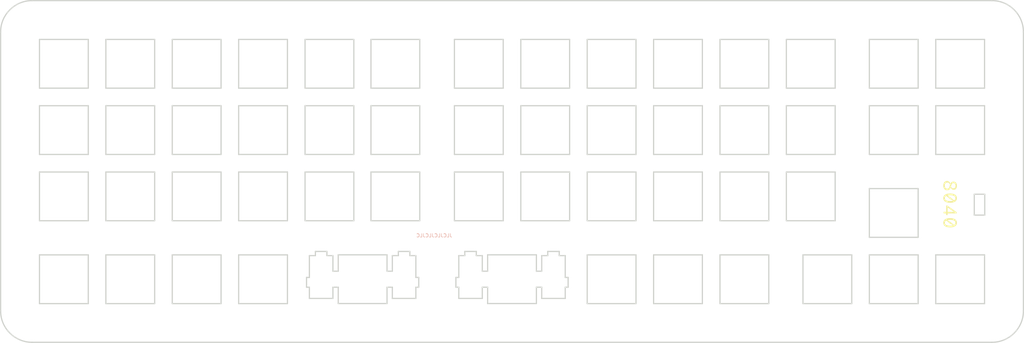
<source format=kicad_pcb>
(kicad_pcb (version 20221018) (generator pcbnew)
  (layers (0 "F.Cu" signal) (31 "B.Cu" signal) (34 "B.Paste" user) (35 "F.Paste" user) (36 "B.SilkS" user "B.Silkscreen") (37 "F.SilkS" user "F.Silkscreen") (38 "B.Mask" user) (39 "F.Mask" user) (44 "Edge.Cuts" user))
  (net 0 "")
  (footprint "" (layer "F.Cu") (at 293.439454 60.578125)
    (fp_text reference "" (at 0 0) (layer "F.SilkS") (effects (font (size 1.27 1.27))))
    (fp_text value "" (at 0 0) (layer "F.SilkS") (effects (font (size 1.27 1.27))))
    (pad "" np_thru_hole circle (at 0 0) (size 2.4 2.4) (drill 2.4) (layers "F&B.Cu" "*.Mask"))
  )
  (footprint "" (layer "F.Cu") (at 241.696867 136.133037)
    (fp_text reference "" (at 0 0) (layer "F.SilkS") (effects (font (size 1.27 1.27))))
    (fp_text value "" (at 0 0) (layer "F.SilkS") (effects (font (size 1.27 1.27))))
    (pad "" np_thru_hole circle (at 0 0) (size 2.4 2.4) (drill 2.4) (layers "F&B.Cu" "*.Mask"))
  )
  (footprint "" (layer "F.Cu") (at 129.709314 136.133037)
    (fp_text reference "" (at 0 0) (layer "F.SilkS") (effects (font (size 1.27 1.27))))
    (fp_text value "" (at 0 0) (layer "F.SilkS") (effects (font (size 1.27 1.27))))
    (pad "" np_thru_hole circle (at 0 0) (size 2.4 2.4) (drill 2.4) (layers "F&B.Cu" "*.Mask"))
  )
  (footprint "" (layer "F.Cu") (at 279.796871 46.935708)
    (fp_text reference "" (at 0 0) (layer "F.SilkS") (effects (font (size 1.27 1.27))))
    (fp_text value "" (at 0 0) (layer "F.SilkS") (effects (font (size 1.27 1.27))))
    (pad "" np_thru_hole circle (at 0 0) (size 2.4 2.4) (drill 2.4) (layers "F&B.Cu" "*.Mask"))
  )
  (footprint "" (layer "F.Cu") (at 236.93437 46.935708)
    (fp_text reference "" (at 0 0) (layer "F.SilkS") (effects (font (size 1.27 1.27))))
    (fp_text value "" (at 0 0) (layer "F.SilkS") (effects (font (size 1.27 1.27))))
    (pad "" np_thru_hole circle (at 0 0) (size 2.4 2.4) (drill 2.4) (layers "F&B.Cu" "*.Mask"))
  )
  (footprint "" (layer "F.Cu") (at 279.796871 136.133037)
    (fp_text reference "" (at 0 0) (layer "F.SilkS") (effects (font (size 1.27 1.27))))
    (fp_text value "" (at 0 0) (layer "F.SilkS") (effects (font (size 1.27 1.27))))
    (pad "" np_thru_hole circle (at 0 0) (size 2.4 2.4) (drill 2.4) (layers "F&B.Cu" "*.Mask"))
  )
  (footprint "" (layer "F.Cu") (at 117.734269 46.935708)
    (fp_text reference "" (at 0 0) (layer "F.SilkS") (effects (font (size 1.27 1.27))))
    (fp_text value "" (at 0 0) (layer "F.SilkS") (effects (font (size 1.27 1.27))))
    (pad "" np_thru_hole circle (at 0 0) (size 2.4 2.4) (drill 2.4) (layers "F&B.Cu" "*.Mask"))
  )
  (footprint "" (layer "F.Cu") (at 141.68436 46.935708)
    (fp_text reference "" (at 0 0) (layer "F.SilkS") (effects (font (size 1.27 1.27))))
    (fp_text value "" (at 0 0) (layer "F.SilkS") (effects (font (size 1.27 1.27))))
    (pad "" np_thru_hole circle (at 0 0) (size 2.4 2.4) (drill 2.4) (layers "F&B.Cu" "*.Mask"))
  )
  (footprint "" (layer "F.Cu") (at 22.62186 46.935708)
    (fp_text reference "" (at 0 0) (layer "F.SilkS") (effects (font (size 1.27 1.27))))
    (fp_text value "" (at 0 0) (layer "F.SilkS") (effects (font (size 1.27 1.27))))
    (pad "" np_thru_hole circle (at 0 0) (size 2.4 2.4) (drill 2.4) (layers "F&B.Cu" "*.Mask"))
  )
  (footprint "" (layer "F.Cu") (at 293.439454 122.490621)
    (fp_text reference "" (at 0 0) (layer "F.SilkS") (effects (font (size 1.27 1.27))))
    (fp_text value "" (at 0 0) (layer "F.SilkS") (effects (font (size 1.27 1.27))))
    (pad "" np_thru_hole circle (at 0 0) (size 2.4 2.4) (drill 2.4) (layers "F&B.Cu" "*.Mask"))
  )
  (footprint "" (layer "F.Cu") (at 8.979277 122.490621)
    (fp_text reference "" (at 0 0) (layer "F.SilkS") (effects (font (size 1.27 1.27))))
    (fp_text value "" (at 0 0) (layer "F.SilkS") (effects (font (size 1.27 1.27))))
    (pad "" np_thru_hole circle (at 0 0) (size 2.4 2.4) (drill 2.4) (layers "F&B.Cu" "*.Mask"))
  )
  (footprint "" (layer "F.Cu") (at 22.62186 136.133037)
    (fp_text reference "" (at 0 0) (layer "F.SilkS") (effects (font (size 1.27 1.27))))
    (fp_text value "" (at 0 0) (layer "F.SilkS") (effects (font (size 1.27 1.27))))
    (pad "" np_thru_hole circle (at 0 0) (size 2.4 2.4) (drill 2.4) (layers "F&B.Cu" "*.Mask"))
  )
  (footprint "" (layer "F.Cu") (at 8.979277 60.578125)
    (fp_text reference "" (at 0 0) (layer "F.SilkS") (effects (font (size 1.27 1.27))))
    (fp_text value "" (at 0 0) (layer "F.SilkS") (effects (font (size 1.27 1.27))))
    (pad "" np_thru_hole circle (at 0 0) (size 2.4 2.4) (drill 2.4) (layers "F&B.Cu" "*.Mask"))
  )
  (gr_poly (pts (xy 278.794039 103.220999) (xy 278.794039 103.580836) (xy 276.201124 103.580836) (xy 276.201124 104.067668) (xy 275.791903 104.067668) (xy 275.791903 103.580836) (xy 275.040479 103.580836) (xy 275.040479 103.111639) (xy 275.791883 103.111639) (xy 275.791883 101.894552) (xy 276.197563 101.894552) (xy 276.197563 101.898082) (xy 276.201103 103.115164) (xy 277.975578 103.150447) (xy 277.975578 103.115164) (xy 276.250501 101.894552) (xy 276.197563 101.894552) (xy 275.791883 101.894552) (xy 275.791883 101.301891) (xy 276.102328 101.301891)) (fill solid) (layer "F.SilkS"))
  (gr_poly (pts (xy 276.1256 94.242353) (xy 276.166146 94.246208) (xy 276.20596 94.251621) (xy 276.245033 94.258603) (xy 276.283354 94.267163) (xy 276.320915 94.277311) (xy 276.357704 94.289056) (xy 276.393714 94.302408) (xy 276.428934 94.317377) (xy 276.463354 94.333973) (xy 276.496964 94.352205) (xy 276.529755 94.372083) (xy 276.561718 94.393616) (xy 276.592842 94.416815) (xy 276.623118 94.441688) (xy 276.652536 94.468246) (xy 276.681086 94.496499) (xy 276.70876 94.526455) (xy 276.735546 94.558126) (xy 276.761435 94.591519) (xy 276.786418 94.626646) (xy 276.810485 94.663516) (xy 276.833627 94.702138) (xy 276.855832 94.742522) (xy 276.877093 94.784678) (xy 276.897399 94.828616) (xy 276.91674 94.874344) (xy 276.95249 94.971215) (xy 276.984265 95.075366) (xy 277.030123 95.075366) (xy 277.043826 95.035006) (xy 277.058468 94.995947) (xy 277.074038 94.958188) (xy 277.090523 94.921727) (xy 277.107913 94.886563) (xy 277.126196 94.852695) (xy 277.145359 94.820122) (xy 277.165392 94.788841) (xy 277.186283 94.758853) (xy 277.20802 94.730155) (xy 277.230592 94.702747) (xy 277.253987 94.676627) (xy 277.278193 94.651793) (xy 277.303199 94.628245) (xy 277.328992 94.605981) (xy 277.355563 94.585001) (xy 277.382898 94.565301) (xy 277.410986 94.546882) (xy 277.439816 94.529742) (xy 277.469376 94.51388) (xy 277.499654 94.499294) (xy 277.530639 94.485983) (xy 277.562319 94.473946) (xy 277.594683 94.463181) (xy 277.627719 94.453688) (xy 277.661414 94.445465) (xy 277.695759 94.43851) (xy 277.73074 94.432823) (xy 277.766347 94.428402) (xy 277.802567 94.425246) (xy 277.876803 94.422722) (xy 277.93149 94.42407) (xy 277.985061 94.42809) (xy 278.037476 94.434745) (xy 278.088695 94.443999) (xy 278.138675 94.455817) (xy 278.187378 94.470161) (xy 278.234761 94.486997) (xy 278.280785 94.506287) (xy 278.325409 94.527995) (xy 278.368591 94.552086) (xy 278.410291 94.578523) (xy 278.450469 94.60727) (xy 278.489084 94.638291) (xy 278.526095 94.671549) (xy 278.561462 94.707009) (xy 278.595143 94.744633) (xy 278.627098 94.784387) (xy 278.657287 94.826234) (xy 278.685668 94.870138) (xy 278.712201 94.916062) (xy 278.736845 94.96397) (xy 278.75956 95.013827) (xy 278.780305 95.065596) (xy 278.799039 95.11924) (xy 278.815721 95.174724) (xy 278.830311 95.232012) (xy 278.842768 95.291067) (xy 278.853052 95.351853) (xy 278.861121 95.414334) (xy 278.866935 95.478474) (xy 278.870453 95.544236) (xy 278.871635 95.611585) (xy 278.867025 95.748806) (xy 278.853445 95.87856) (xy 278.843406 95.940577) (xy 278.831265 96.000655) (xy 278.817067 96.058771) (xy 278.800859 96.1149) (xy 278.782686 96.16902) (xy 278.762597 96.221105) (xy 278.740637 96.271132) (xy 278.716853 96.319077) (xy 278.691291 96.364917) (xy 278.663998 96.408626) (xy 278.635021 96.450182) (xy 278.604405 96.489561) (xy 278.572198 96.526738) (xy 278.538445 96.56169) (xy 278.503194 96.594392) (xy 278.466491 96.624822) (xy 278.428383 96.652954) (xy 278.388915 96.678766) (xy 278.348134 96.702232) (xy 278.306088 96.72333) (xy 278.262822 96.742036) (xy 278.218383 96.758324) (xy 278.172818 96.772173) (xy 278.126172 96.783557) (xy 278.078493 96.792453) (xy 278.029827 96.798837) (xy 277.980221 96.802685) (xy 277.92972 96.803972) (xy 277.893341 96.80322) (xy 277.857626 96.800969) (xy 277.822579 96.797232) (xy 277.788203 96.792018) (xy 277.754501 96.78534) (xy 277.721477 96.777207) (xy 277.689134 96.767632) (xy 277.657475 96.756624) (xy 277.626503 96.744195) (xy 277.596221 96.730356) (xy 277.566633 96.715118) (xy 277.537743 96.698492) (xy 277.509552 96.680489) (xy 277.482065 96.661119) (xy 277.455285 96.640394) (xy 277.429214 96.618325) (xy 277.403857 96.594923) (xy 277.379216 96.570198) (xy 277.355295 96.544162) (xy 277.332097 96.516826) (xy 277.309624 96.488201) (xy 277.287881 96.458297) (xy 277.246597 96.394698) (xy 277.208268 96.326117) (xy 277.172922 96.252642) (xy 277.140584 96.174361) (xy 277.11128 96.091362) (xy 277.065422 96.091362) (xy 277.034876 96.196214) (xy 277.000144 96.293851) (xy 276.961257 96.384337) (xy 276.940265 96.426917) (xy 276.918246 96.467732) (xy 276.895204 96.50679) (xy 276.871143 96.544099) (xy 276.846066 96.579667) (xy 276.819977 96.6135) (xy 276.792881 96.645608) (xy 276.76478 96.675998) (xy 276.73568 96.704677) (xy 276.705584 96.731653) (xy 276.674496 96.756934) (xy 276.642419 96.780528) (xy 276.609358 96.802443) (xy 276.575316 96.822685) (xy 276.540298 96.841264) (xy 276.504307 96.858187) (xy 276.467347 96.873461) (xy 276.429422 96.887094) (xy 276.390536 96.899095) (xy 276.350693 96.90947) (xy 276.309896 96.918228) (xy 276.26815 96.925376) (xy 276.181825 96.934874) (xy 276.091749 96.938026) (xy 276.028917 96.936453) (xy 275.96745 96.931768) (xy 275.907389 96.924021) (xy 275.848774 96.913263) (xy 275.791647 96.899543) (xy 275.73605 96.882913) (xy 275.682024 96.863423) (xy 275.62961 96.841123) (xy 275.578849 96.816063) (xy 275.529783 96.788294) (xy 275.482454 96.757866) (xy 275.436902 96.72483) (xy 275.393169 96.689236) (xy 275.351297 96.651135) (xy 275.311326 96.610576) (xy 275.273298 96.56761) (xy 275.237254 96.522288) (xy 275.203237 96.47466) (xy 275.171286 96.424776) (xy 275.141443 96.372687) (xy 275.113751 96.318443) (xy 275.088249 96.262095) (xy 275.06498 96.203692) (xy 275.043985 96.143286) (xy 275.025305 96.080926) (xy 275.008981 96.016663) (xy 274.995056 95.950548) (xy 274.983569 95.88263) (xy 274.974563 95.812961) (xy 274.968079 95.74159) (xy 274.964159 95.668568) (xy 274.962905 95.597481) (xy 275.389682 95.597481) (xy 275.392838 95.69377) (xy 275.402195 95.785383) (xy 275.417588 95.872108) (xy 275.427496 95.91357) (xy 275.438851 95.953732) (xy 275.451633 95.992565) (xy 275.46582 96.030043) (xy 275.481392 96.066141) (xy 275.498328 96.10083) (xy 275.516608 96.134086) (xy 275.536211 96.165882) (xy 275.557116 96.19619) (xy 275.579303 96.224985) (xy 275.60275 96.25224) (xy 275.627438 96.277928) (xy 275.653345 96.302024) (xy 275.680451 96.3245) (xy 275.708735 96.34533) (xy 275.738177 96.364488) (xy 275.768755 96.381947) (xy 275.80045 96.397681) (xy 275.83324 96.411663) (xy 275.867105 96.423866) (xy 275.902024 96.434265) (xy 275.937977 96.442832) (xy 275.974942 96.449542) (xy 276.0129 96.454367) (xy 276.051828 96.457282) (xy 276.091708 96.458259) (xy 276.126276 96.457621) (xy 276.159875 96.455676) (xy 276.192526 96.45238) (xy 276.224253 96.447688) (xy 276.255078 96.441554) (xy 276.285024 96.433933) (xy 276.314113 96.42478) (xy 276.342367 96.414049) (xy 276.36981 96.401696) (xy 276.396465 96.387674) (xy 276.422353 96.37194) (xy 276.447497 96.354448) (xy 276.47192 96.335152) (xy 276.495645 96.314007) (xy 276.518694 96.290969) (xy 276.541089 96.265991) (xy 276.562854 96.239029) (xy 276.584011 96.210037) (xy 276.604583 96.178971) (xy 276.624592 96.145784) (xy 276.644061 96.110433) (xy 276.663012 96.072871) (xy 276.681468 96.033053) (xy 276.699452 95.990934) (xy 276.716986 95.946469) (xy 276.734093 95.899613) (xy 276.757891 95.82678) (xy 277.181836 95.82678) (xy 277.2092 95.891559) (xy 277.238378 95.952271) (xy 277.269366 96.008901) (xy 277.302157 96.061433) (xy 277.336747 96.109852) (xy 277.373131 96.154142) (xy 277.411303 96.194287) (xy 277.451258 96.230272) (xy 277.471903 96.2467) (xy 277.492991 96.262082) (xy 277.514523 96.276416) (xy 277.536497 96.2897) (xy 277.558913 96.301933) (xy 277.58177 96.313113) (xy 277.605068 96.323236) (xy 277.628805 96.332303) (xy 277.652982 96.34031) (xy 277.677598 96.347256) (xy 277.702651 96.353138) (xy 277.728142 96.357955) (xy 277.754069 96.361705) (xy 277.780433 96.364386) (xy 277.807231 96.365997) (xy 277.834465 96.366534) (xy 277.871058 96.36572) (xy 277.906746 96.363288) (xy 277.941512 96.359252) (xy 277.975339 96.353628) (xy 278.008209 96.346431) (xy 278.040107 96.337675) (xy 278.071016 96.327375) (xy 278.100918 96.315547) (xy 278.129797 96.302204) (xy 278.157636 96.287362) (xy 278.184419 96.271035) (xy 278.210128 96.253239) (xy 278.234746 96.233988) (xy 278.258258 96.213298) (xy 278.280645 96.191182) (xy 278.301892 96.167656) (xy 278.321981 96.142735) (xy 278.340896 96.116434) (xy 278.35862 96.088767) (xy 278.375136 96.059749) (xy 278.390427 96.029396) (xy 278.404477 95.997721) (xy 278.417269 95.964741) (xy 278.428785 95.930469) (xy 278.439009 95.89492) (xy 278.447925 95.858111) (xy 278.455515 95.820054) (xy 278.461762 95.780765) (xy 278.466651 95.74026) (xy 278.470164 95.698552) (xy 278.472284 95.655657) (xy 278.472994 95.61159) (xy 278.470138 95.527653) (xy 278.461721 95.447933) (xy 278.447972 95.372596) (xy 278.439168 95.336622) (xy 278.429117 95.301806) (xy 278.417846 95.268168) (xy 278.405383 95.235729) (xy 278.391758 95.204509) (xy 278.376999 95.17453) (xy 278.361134 95.145811) (xy 278.344191 95.118374) (xy 278.326199 95.09224) (xy 278.307187 95.067428) (xy 278.287182 95.04396) (xy 278.266214 95.021856) (xy 278.244311 95.001137) (xy 278.2215 94.981824) (xy 278.197811 94.963937) (xy 278.173272 94.947497) (xy 278.147912 94.932524) (xy 278.121758 94.91904) (xy 278.094839 94.907065) (xy 278.067184 94.896619) (xy 278.038821 94.887724) (xy 278.009779 94.8804) (xy 277.980085 94.874667) (xy 277.949769 94.870547) (xy 277.918858 94.868059) (xy 277.887382 94.867226) (xy 277.854803 94.86786) (xy 277.823197 94.869778) (xy 277.792542 94.873002) (xy 277.762819 94.877554) (xy 277.734008 94.883458) (xy 277.706089 94.890736) (xy 277.679043 94.89941) (xy 277.652848 94.909504) (xy 277.627485 94.921039) (xy 277.602933 94.934039) (xy 277.579174 94.948526) (xy 277.556187 94.964522) (xy 277.533951 94.982051) (xy 277.512447 95.001134) (xy 277.491655 95.021795) (xy 277.471555 95.044055) (xy 277.452126 95.067939) (xy 277.433349 95.093467) (xy 277.415204 95.120664) (xy 277.397671 95.149551) (xy 277.380729 95.180151) (xy 277.364359 95.212486) (xy 277.348541 95.24658) (xy 277.333254 95.282455) (xy 277.318478 95.320134) (xy 277.304195 95.359638) (xy 277.277022 95.444216) (xy 277.251575 95.536369) (xy 277.227694 95.636279) (xy 277.181836 95.82678) (xy 276.757891 95.82678) (xy 276.767117 95.798546) (xy 276.798703 95.687372) (xy 276.829033 95.565727) (xy 276.88547 95.329363) (xy 276.851682 95.250183) (xy 276.816416 95.176636) (xy 276.7796 95.108649) (xy 276.741162 95.04615) (xy 276.701029 94.989066) (xy 276.659128 94.937326) (xy 276.615388 94.890858) (xy 276.592805 94.869577) (xy 276.569735 94.849587) (xy 276.546169 94.830879) (xy 276.522098 94.813443) (xy 276.497513 94.797271) (xy 276.472404 94.782353) (xy 276.446763 94.768681) (xy 276.42058 94.756245) (xy 276.393847 94.745036) (xy 276.366555 94.735045) (xy 276.338694 94.726264) (xy 276.310255 94.718683) (xy 276.28123 94.712293) (xy 276.251609 94.707085) (xy 276.190543 94.70018) (xy 276.126986 94.697894) (xy 276.08359 94.698963) (xy 276.041385 94.702144) (xy 276.000382 94.707402) (xy 275.960594 94.714699) (xy 275.922034 94.723998) (xy 275.884713 94.735264) (xy 275.848644 94.748458) (xy 275.81384 94.763543) (xy 275.780312 94.780485) (xy 275.748072 94.799244) (xy 275.717133 94.819785) (xy 275.687508 94.842071) (xy 275.659208 94.866065) (xy 275.632246 94.891729) (xy 275.606635 94.919028) (xy 275.582385 94.947925) (xy 275.55951 94.978382) (xy 275.538022 95.010363) (xy 275.517933 95.043831) (xy 275.499255 95.078749) (xy 275.482001 95.115081) (xy 275.466184 95.152789) (xy 275.451814 95.191837) (xy 275.438905 95.232188) (xy 275.427468 95.273805) (xy 275.417517 95.316651) (xy 275.409063 95.360689) (xy 275.402118 95.405884) (xy 275.396696 95.452197) (xy 275.392807 95.499592) (xy 275.390465 95.548032) (xy 275.389682 95.597481) (xy 274.962905 95.597481) (xy 274.962843 95.593946) (xy 274.96799 95.438624) (xy 274.983183 95.291637) (xy 274.994431 95.221343) (xy 275.008051 95.153219) (xy 275.023996 95.087296) (xy 275.04222 95.023602) (xy 275.062677 94.962166) (xy 275.08532 94.903017) (xy 275.110102 94.846185) (xy 275.136977 94.791699) (xy 275.165898 94.739587) (xy 275.19682 94.689878) (xy 275.229694 94.642603) (xy 275.264476 94.597789) (xy 275.301118 94.555466) (xy 275.339573 94.515662) (xy 275.379796 94.478408) (xy 275.42174 94.443732) (xy 275.465358 94.411663) (xy 275.510603 94.382229) (xy 275.55743 94.355462) (xy 275.605792 94.331388) (xy 275.655641 94.310038) (xy 275.706933 94.29144) (xy 275.759619 94.275624) (xy 275.813654 94.262618) (xy 275.868992 94.252451) (xy 275.925584 94.245154) (xy 275.983386 94.240754) (xy 276.042351 94.239281)) (fill solid) (layer "F.SilkS"))
  (gr_poly (pts (xy 277.14321 104.937645) (xy 277.361984 104.954537) (xy 277.566402 104.982456) (xy 277.756356 105.021213) (xy 277.931737 105.070615) (xy 278.092437 105.13047) (xy 278.238347 105.200589) (xy 278.305722 105.239437) (xy 278.369359 105.28078) (xy 278.429244 105.324592) (xy 278.485364 105.370851) (xy 278.537705 105.419532) (xy 278.586254 105.470611) (xy 278.630996 105.524065) (xy 278.67192 105.579869) (xy 278.70901 105.638001) (xy 278.742253 105.698435) (xy 278.771637 105.761148) (xy 278.797146 105.826116) (xy 278.818768 105.893315) (xy 278.83649 105.962722) (xy 278.850297 106.034312) (xy 278.860175 106.108061) (xy 278.866113 106.183946) (xy 278.868095 106.261942) (xy 278.866113 106.339629) (xy 278.860175 106.415243) (xy 278.850297 106.488759) (xy 278.83649 106.560151) (xy 278.818768 106.629393) (xy 278.797146 106.69646) (xy 278.771637 106.761325) (xy 278.742253 106.823963) (xy 278.70901 106.884348) (xy 278.67192 106.942453) (xy 278.630996 106.998254) (xy 278.586254 107.051725) (xy 278.537705 107.102839) (xy 278.485364 107.15157) (xy 278.429244 107.197894) (xy 278.369359 107.241783) (xy 278.305722 107.283213) (xy 278.238347 107.322157) (xy 278.167247 107.35859) (xy 278.092437 107.392485) (xy 278.013929 107.423817) (xy 277.931737 107.45256) (xy 277.845875 107.478689) (xy 277.756356 107.502176) (xy 277.663194 107.522997) (xy 277.566402 107.541126) (xy 277.465994 107.556537) (xy 277.361984 107.569203) (xy 277.254385 107.5791) (xy 277.14321 107.586201) (xy 277.028474 107.590481) (xy 276.910189 107.591913) (xy 276.677287 107.586201) (xy 276.458848 107.569203) (xy 276.254951 107.541126) (xy 276.065672 107.502176) (xy 275.89109 107.45256) (xy 275.731282 107.392485) (xy 275.656943 107.35859) (xy 275.586326 107.322157) (xy 275.519442 107.283213) (xy 275.456299 107.241783) (xy 275.396908 107.197894) (xy 275.341279 107.15157) (xy 275.28942 107.102839) (xy 275.241343 107.051725) (xy 275.197056 106.998254) (xy 275.156569 106.942453) (xy 275.119892 106.884348) (xy 275.087034 106.823963) (xy 275.058006 106.761325) (xy 275.032817 106.69646) (xy 275.011476 106.629393) (xy 274.993994 106.560151) (xy 274.98038 106.488759) (xy 274.970643 106.415243) (xy 274.964794 106.339629) (xy 274.962843 106.261942) (xy 275.407362 106.261942) (xy 275.408879 106.312149) (xy 275.413426 106.3609) (xy 275.420994 106.408186) (xy 275.431573 106.453999) (xy 275.445154 106.498328) (xy 275.461728 106.541164) (xy 275.481287 106.5825) (xy 275.50382 106.622326) (xy 275.52932 106.660632) (xy 275.557777 106.69741) (xy 275.589183 106.732651) (xy 275.623527 106.766345) (xy 275.660802 106.798484) (xy 275.700997 106.829058) (xy 275.744105 106.858059) (xy 275.790116 106.885477) (xy 275.83902 106.911304) (xy 275.89081 106.93553) (xy 275.945475 106.958146) (xy 276.003008 106.979144) (xy 276.063398 106.998513) (xy 276.126637 107.016246) (xy 276.192716 107.032333) (xy 276.261626 107.046765) (xy 276.333357 107.059533) (xy 276.407901 107.070628) (xy 276.485249 107.080041) (xy 276.565392 107.087763) (xy 276.64832 107.093784) (xy 276.734025 107.098096) (xy 276.822498 107.10069) (xy 276.913729 107.101557) (xy 277.026972 107.100234) (xy 277.136413 107.096265) (xy 277.241885 107.08965) (xy 277.343223 107.080389) (xy 277.440263 107.068482) (xy 277.532837 107.05393) (xy 277.620782 107.036731) (xy 277.703931 107.016886) (xy 277.703931 106.956914) (xy 276.917249 106.51947) (xy 275.813062 105.623418) (xy 275.76432 105.650704) (xy 275.718648 105.679648) (xy 275.676056 105.710256) (xy 275.655919 105.726186) (xy 275.636555 105.742534) (xy 275.617967 105.7593) (xy 275.600155 105.776486) (xy 275.583121 105.794091) (xy 275.566867 105.812117) (xy 275.551392 105.830564) (xy 275.536699 105.849433) (xy 275.52279 105.868725) (xy 275.509664 105.888439) (xy 275.497324 105.908577) (xy 275.485771 105.92914) (xy 275.475006 105.950128) (xy 275.46503 105.971541) (xy 275.455845 105.993381) (xy 275.447452 106.015648) (xy 275.439852 106.038342) (xy 275.433047 106.061465) (xy 275.427037 106.085017) (xy 275.421825 106.108998) (xy 275.417411 106.133409) (xy 275.413797 106.158252) (xy 275.410983 106.183525) (xy 275.408972 106.209231) (xy 275.407764 106.23537) (xy 275.407362 106.261942) (xy 274.962843 106.261942) (xy 274.964794 106.183636) (xy 274.970643 106.10748) (xy 274.98038 106.033498) (xy 274.993994 105.96171) (xy 275.011476 105.892139) (xy 275.032817 105.824807) (xy 275.058006 105.759736) (xy 275.087034 105.696948) (xy 275.119892 105.636464) (xy 275.156569 105.578308) (xy 275.175029 105.552861) (xy 276.197563 105.552861) (xy 276.917229 105.969136) (xy 278.046114 106.886362) (xy 278.092292 106.85908) (xy 278.135566 106.830165) (xy 278.175924 106.799638) (xy 278.195008 106.783776) (xy 278.213358 106.767519) (xy 278.230975 106.75087) (xy 278.247857 106.73383) (xy 278.264002 106.716402) (xy 278.27941 106.69859) (xy 278.294079 106.680395) (xy 278.308007 106.66182) (xy 278.321194 106.642868) (xy 278.333638 106.623542) (xy 278.345338 106.603843) (xy 278.356292 106.583775) (xy 278.3665 106.56334) (xy 278.375959 106.542541) (xy 278.384669 106.52138) (xy 278.392629 106.49986) (xy 278.399837 106.477983) (xy 278.406291 106.455752) (xy 278.411991 106.43317) (xy 278.416935 106.410239) (xy 278.421122 106.386962) (xy 278.424551 106.363341) (xy 278.42722 106.339379) (xy 278.429128 106.315078) (xy 278.430274 106.290442) (xy 278.430656 106.265472) (xy 278.429108 106.214334) (xy 278.424472 106.164769) (xy 278.416762 106.116782) (xy 278.40599 106.070376) (xy 278.392169 106.025553) (xy 278.375312 105.982318) (xy 278.355432 105.940673) (xy 278.332542 105.900622) (xy 278.306654 105.862168) (xy 278.277783 105.825313) (xy 278.24594 105.790062) (xy 278.211139 105.756417) (xy 278.173392 105.724383) (xy 278.132712 105.693961) (xy 278.089113 105.665155) (xy 278.042607 105.637969) (xy 277.993207 105.612405) (xy 277.940927 105.588467) (xy 277.885778 105.566158) (xy 277.827774 105.545482) (xy 277.766928 105.526441) (xy 277.703252 105.509039) (xy 277.636761 105.493279) (xy 277.567465 105.479165) (xy 277.49538 105.466698) (xy 277.420516 105.455884) (xy 277.342888 105.446724) (xy 277.262508 105.439223) (xy 277.17939 105.433382) (xy 277.093545 105.429207) (xy 277.004987 105.426699) (xy 276.913729 105.425863) (xy 276.811185 105.426862) (xy 276.712527 105.429886) (xy 276.617673 105.434978) (xy 276.52654 105.442177) (xy 276.439045 105.451527) (xy 276.355106 105.463068) (xy 276.27464 105.476842) (xy 276.197563 105.492889) (xy 276.197563 105.552861) (xy 275.175029 105.552861) (xy 275.197056 105.522499) (xy 275.241343 105.469062) (xy 275.28942 105.418017) (xy 275.341279 105.369387) (xy 275.396908 105.323193) (xy 275.456299 105.279458) (xy 275.519442 105.238203) (xy 275.586326 105.199451) (xy 275.656943 105.163223) (xy 275.731282 105.129541) (xy 275.809335 105.098428) (xy 275.89109 105.069905) (xy 275.976539 105.043994) (xy 276.065672 105.020717) (xy 276.158479 105.000097) (xy 276.254951 104.982154) (xy 276.355077 104.966912) (xy 276.458848 104.954392) (xy 276.566255 104.944616) (xy 276.677287 104.937606) (xy 276.791935 104.933384) (xy 276.910189 104.931971)) (fill solid) (layer "F.SilkS"))
  (gr_poly (pts (xy 277.14321 97.860925) (xy 277.361984 97.877817) (xy 277.566402 97.905737) (xy 277.756356 97.944493) (xy 277.931737 97.993895) (xy 278.092437 98.053751) (xy 278.238347 98.12387) (xy 278.305722 98.162718) (xy 278.369359 98.20406) (xy 278.429244 98.247873) (xy 278.485364 98.294131) (xy 278.537705 98.342812) (xy 278.586254 98.393892) (xy 278.630996 98.447345) (xy 278.67192 98.50315) (xy 278.70901 98.561281) (xy 278.742253 98.621715) (xy 278.771637 98.684429) (xy 278.797146 98.749397) (xy 278.818768 98.816596) (xy 278.83649 98.886002) (xy 278.850297 98.957592) (xy 278.860175 99.031342) (xy 278.866113 99.107226) (xy 278.868095 99.185223) (xy 278.866113 99.262909) (xy 278.860175 99.338523) (xy 278.850297 99.412039) (xy 278.83649 99.483432) (xy 278.818768 99.552674) (xy 278.797146 99.619741) (xy 278.771637 99.684606) (xy 278.742253 99.747244) (xy 278.70901 99.807629) (xy 278.67192 99.865735) (xy 278.630996 99.921536) (xy 278.586254 99.975007) (xy 278.537705 100.026121) (xy 278.485364 100.074853) (xy 278.429244 100.121177) (xy 278.369359 100.165066) (xy 278.305722 100.206496) (xy 278.238347 100.245441) (xy 278.167247 100.281874) (xy 278.092437 100.315769) (xy 278.013929 100.347101) (xy 277.931737 100.375845) (xy 277.845875 100.401973) (xy 277.756356 100.425461) (xy 277.663194 100.446282) (xy 277.566402 100.464411) (xy 277.465994 100.479822) (xy 277.361984 100.492489) (xy 277.254385 100.502386) (xy 277.14321 100.509487) (xy 277.028474 100.513767) (xy 276.910189 100.515199) (xy 276.677287 100.509487) (xy 276.458848 100.492489) (xy 276.254951 100.464411) (xy 276.065672 100.425461) (xy 275.89109 100.375845) (xy 275.731282 100.315769) (xy 275.656943 100.281874) (xy 275.586326 100.245441) (xy 275.519442 100.206496) (xy 275.456299 100.165066) (xy 275.396908 100.121177) (xy 275.341279 100.074853) (xy 275.28942 100.026121) (xy 275.241343 99.975007) (xy 275.197056 99.921536) (xy 275.156569 99.865735) (xy 275.119892 99.807629) (xy 275.087034 99.747244) (xy 275.058006 99.684606) (xy 275.032817 99.619741) (xy 275.011476 99.552674) (xy 274.993994 99.483432) (xy 274.98038 99.412039) (xy 274.970643 99.338523) (xy 274.964794 99.262909) (xy 274.962843 99.185223) (xy 275.407362 99.185223) (xy 275.408879 99.23543) (xy 275.413426 99.284181) (xy 275.420994 99.331467) (xy 275.431573 99.377279) (xy 275.445154 99.421608) (xy 275.461728 99.464445) (xy 275.481287 99.505781) (xy 275.50382 99.545606) (xy 275.52932 99.583913) (xy 275.557777 99.620691) (xy 275.589183 99.655931) (xy 275.623527 99.689626) (xy 275.660802 99.721764) (xy 275.700997 99.752339) (xy 275.744105 99.78134) (xy 275.790116 99.808758) (xy 275.83902 99.834585) (xy 275.89081 99.858811) (xy 275.945475 99.881427) (xy 276.003008 99.902424) (xy 276.063398 99.921794) (xy 276.126637 99.939527) (xy 276.192716 99.955614) (xy 276.261626 99.970046) (xy 276.333357 99.982814) (xy 276.407901 99.993909) (xy 276.485249 100.003321) (xy 276.565392 100.011043) (xy 276.64832 100.017065) (xy 276.734025 100.021377) (xy 276.822498 100.023971) (xy 276.913729 100.024838) (xy 277.026972 100.023515) (xy 277.136413 100.019546) (xy 277.241885 100.012931) (xy 277.343223 100.00367) (xy 277.440263 99.991763) (xy 277.532837 99.97721) (xy 277.620782 99.960011) (xy 277.703931 99.940167) (xy 277.703931 99.880194) (xy 276.917249 99.442751) (xy 275.813062 98.546699) (xy 275.76432 98.573984) (xy 275.718648 98.602928) (xy 275.676056 98.633537) (xy 275.655919 98.649467) (xy 275.636555 98.665814) (xy 275.617967 98.682581) (xy 275.600155 98.699766) (xy 275.583121 98.717372) (xy 275.566867 98.735398) (xy 275.551392 98.753845) (xy 275.536699 98.772714) (xy 275.52279 98.792005) (xy 275.509664 98.81172) (xy 275.497324 98.831858) (xy 275.485771 98.852421) (xy 275.475006 98.873408) (xy 275.46503 98.894822) (xy 275.455845 98.916662) (xy 275.447452 98.938928) (xy 275.439852 98.961623) (xy 275.433047 98.984746) (xy 275.427037 99.008297) (xy 275.421825 99.032278) (xy 275.417411 99.05669) (xy 275.413797 99.081532) (xy 275.410983 99.106806) (xy 275.408972 99.132512) (xy 275.407764 99.158651) (xy 275.407362 99.185223) (xy 274.962843 99.185223) (xy 274.964794 99.106916) (xy 274.970643 99.030761) (xy 274.98038 98.956778) (xy 274.993994 98.88499) (xy 275.011476 98.81542) (xy 275.032817 98.748088) (xy 275.058006 98.683017) (xy 275.087034 98.620228) (xy 275.119892 98.559745) (xy 275.156569 98.501588) (xy 275.175029 98.476142) (xy 276.197563 98.476142) (xy 276.917229 98.892417) (xy 278.046114 99.809643) (xy 278.092292 99.782362) (xy 278.135566 99.753447) (xy 278.175924 99.722921) (xy 278.195008 99.707059) (xy 278.213358 99.690802) (xy 278.230975 99.674152) (xy 278.247857 99.657113) (xy 278.264002 99.639685) (xy 278.27941 99.621873) (xy 278.294079 99.603678) (xy 278.308007 99.585103) (xy 278.321194 99.566151) (xy 278.333638 99.546824) (xy 278.345338 99.527126) (xy 278.356292 99.507057) (xy 278.3665 99.486622) (xy 278.375959 99.465823) (xy 278.384669 99.444662) (xy 278.392629 99.423141) (xy 278.399837 99.401264) (xy 278.406291 99.379033) (xy 278.411991 99.356451) (xy 278.416935 99.33352) (xy 278.421122 99.310243) (xy 278.424551 99.286622) (xy 278.42722 99.262659) (xy 278.429128 99.238359) (xy 278.430274 99.213722) (xy 278.430656 99.188753) (xy 278.429108 99.137614) (xy 278.424472 99.08805) (xy 278.416762 99.040063) (xy 278.40599 98.993656) (xy 278.392169 98.948834) (xy 278.375312 98.905599) (xy 278.355432 98.863954) (xy 278.332542 98.823903) (xy 278.306654 98.785448) (xy 278.277783 98.748594) (xy 278.24594 98.713343) (xy 278.211139 98.679698) (xy 278.173392 98.647663) (xy 278.132712 98.617241) (xy 278.089113 98.588436) (xy 278.042607 98.561249) (xy 277.993207 98.535686) (xy 277.940927 98.511748) (xy 277.885778 98.489439) (xy 277.827774 98.468763) (xy 277.766928 98.449722) (xy 277.703252 98.43232) (xy 277.636761 98.41656) (xy 277.567465 98.402445) (xy 277.49538 98.389979) (xy 277.420516 98.379164) (xy 277.342888 98.370005) (xy 277.262508 98.362503) (xy 277.17939 98.356663) (xy 277.093545 98.352487) (xy 277.004987 98.34998) (xy 276.913729 98.349143) (xy 276.811185 98.350142) (xy 276.712527 98.353167) (xy 276.617673 98.358258) (xy 276.52654 98.365458) (xy 276.439045 98.374808) (xy 276.355106 98.386349) (xy 276.27464 98.400122) (xy 276.197563 98.41617) (xy 276.197563 98.476142) (xy 275.175029 98.476142) (xy 275.197056 98.44578) (xy 275.241343 98.392343) (xy 275.28942 98.341298) (xy 275.341279 98.292667) (xy 275.396908 98.246474) (xy 275.456299 98.202738) (xy 275.519442 98.161484) (xy 275.586326 98.122731) (xy 275.656943 98.086503) (xy 275.731282 98.052822) (xy 275.809335 98.021708) (xy 275.89109 97.993185) (xy 275.976539 97.967274) (xy 276.065672 97.943998) (xy 276.158479 97.923377) (xy 276.254951 97.905435) (xy 276.355077 97.890193) (xy 276.458848 97.877673) (xy 276.566255 97.867897) (xy 276.677287 97.860886) (xy 276.791935 97.856664) (xy 276.910189 97.855252)) (fill solid) (layer "F.SilkS"))
  (gr_line (start 105.821869 72.628124) (end 105.821869 86.628124) (stroke (width 0.35)) (layer "Edge.Cuts"))
  (gr_line (start 153.734363 86.628124) (end 153.734363 72.628124) (stroke (width 0.35)) (layer "Edge.Cuts"))
  (gr_line (start 116.871569 115.706291) (end 116.871569 120.175251) (stroke (width 0.35)) (layer "Edge.Cuts"))
  (gr_line (start 94.796869 114.506021) (end 94.796869 115.706291) (stroke (width 0.35)) (layer "Edge.Cuts"))
  (gr_line (start 116.871569 124.775121) (end 116.871569 128.005321) (stroke (width 0.35)) (layer "Edge.Cuts"))
  (gr_line (start 229.934371 105.678122) (end 229.934371 91.678122) (stroke (width 0.35)) (layer "Edge.Cuts"))
  (gr_line (start 86.77187 115.49062) (end 86.77187 129.490621) (stroke (width 0.35)) (layer "Edge.Cuts"))
  (gr_line (start 34.671875 91.678122) (end 48.671873 91.678122) (stroke (width 0.35)) (layer "Edge.Cuts"))
  (gr_line (start 15.621876 53.578125) (end 29.621874 53.578125) (stroke (width 0.35)) (layer "Edge.Cuts"))
  (gr_curve (pts (xy 4.466694 51.448125) (xy 4.466694 46.463755) (xy 8.507324 42.423125) (xy 13.491694 42.423125)) (stroke (width 0.35)) (layer "Edge.Cuts"))
  (gr_line (start 172.784365 67.578125) (end 172.784365 53.578125) (stroke (width 0.35)) (layer "Edge.Cuts"))
  (gr_line (start 153.734363 53.578125) (end 167.734361 53.578125) (stroke (width 0.35)) (layer "Edge.Cuts"))
  (gr_line (start 124.734268 67.578125) (end 110.73427 67.578125) (stroke (width 0.35)) (layer "Edge.Cuts"))
  (gr_line (start 148.684359 91.678122) (end 148.684359 105.678122) (stroke (width 0.35)) (layer "Edge.Cuts"))
  (gr_line (start 53.721873 105.678122) (end 53.721873 91.678122) (stroke (width 0.35)) (layer "Edge.Cuts"))
  (gr_line (start 272.796872 86.628124) (end 272.796872 72.628124) (stroke (width 0.35)) (layer "Edge.Cuts"))
  (gr_line (start 124.446769 124.775121) (end 124.446769 121.976361) (stroke (width 0.35)) (layer "Edge.Cuts"))
  (gr_line (start 253.74687 53.578125) (end 267.746868 53.578125) (stroke (width 0.35)) (layer "Edge.Cuts"))
  (gr_line (start 110.73427 105.678122) (end 110.73427 91.678122) (stroke (width 0.35)) (layer "Edge.Cuts"))
  (gr_line (start 53.721873 91.678122) (end 67.721871 91.678122) (stroke (width 0.35)) (layer "Edge.Cuts"))
  (gr_line (start 186.784363 86.628124) (end 172.784365 86.628124) (stroke (width 0.35)) (layer "Edge.Cuts"))
  (gr_line (start 172.784365 105.678122) (end 172.784365 91.678122) (stroke (width 0.35)) (layer "Edge.Cuts"))
  (gr_line (start 110.73427 91.678122) (end 124.734268 91.678122) (stroke (width 0.35)) (layer "Edge.Cuts"))
  (gr_line (start 15.621876 67.578125) (end 15.621876 53.578125) (stroke (width 0.35)) (layer "Edge.Cuts"))
  (gr_line (start 286.79687 53.578125) (end 286.79687 67.578125) (stroke (width 0.35)) (layer "Edge.Cuts"))
  (gr_line (start 248.696866 115.49062) (end 248.696866 129.490621) (stroke (width 0.35)) (layer "Edge.Cuts"))
  (gr_line (start 29.621874 91.678122) (end 29.621874 105.678122) (stroke (width 0.35)) (layer "Edge.Cuts"))
  (gr_line (start 105.821869 105.678122) (end 91.821871 105.678122) (stroke (width 0.35)) (layer "Edge.Cuts"))
  (gr_line (start 186.784363 105.678122) (end 172.784365 105.678122) (stroke (width 0.35)) (layer "Edge.Cuts"))
  (gr_line (start 101.346869 120.175251) (end 99.821069 120.175251) (stroke (width 0.35)) (layer "Edge.Cuts"))
  (gr_line (start 167.734361 67.578125) (end 153.734363 67.578125) (stroke (width 0.35)) (layer "Edge.Cuts"))
  (gr_line (start 148.684359 67.578125) (end 134.684361 67.578125) (stroke (width 0.35)) (layer "Edge.Cuts"))
  (gr_line (start 224.884367 129.490621) (end 210.884369 129.490621) (stroke (width 0.35)) (layer "Edge.Cuts"))
  (gr_line (start 134.684361 53.578125) (end 148.684359 53.578125) (stroke (width 0.35)) (layer "Edge.Cuts"))
  (gr_line (start 124.734268 86.628124) (end 110.73427 86.628124) (stroke (width 0.35)) (layer "Edge.Cuts"))
  (gr_line (start 158.209015 124.775121) (end 159.734415 124.775121) (stroke (width 0.35)) (layer "Edge.Cuts"))
  (gr_line (start 272.796872 72.628124) (end 286.79687 72.628124) (stroke (width 0.35)) (layer "Edge.Cuts"))
  (gr_line (start 134.684361 105.678122) (end 134.684361 91.678122) (stroke (width 0.35)) (layer "Edge.Cuts"))
  (gr_line (start 191.834367 53.578125) (end 205.834365 53.578125) (stroke (width 0.35)) (layer "Edge.Cuts"))
  (gr_line (start 86.77187 67.578125) (end 72.771872 67.578125) (stroke (width 0.35)) (layer "Edge.Cuts"))
  (gr_line (start 91.821871 67.578125) (end 91.821871 53.578125) (stroke (width 0.35)) (layer "Edge.Cuts"))
  (gr_line (start 205.834365 105.678122) (end 191.834367 105.678122) (stroke (width 0.35)) (layer "Edge.Cuts"))
  (gr_line (start 67.721871 72.628124) (end 67.721871 86.628124) (stroke (width 0.35)) (layer "Edge.Cuts"))
  (gr_line (start 29.621874 86.628124) (end 15.621876 86.628124) (stroke (width 0.35)) (layer "Edge.Cuts"))
  (gr_line (start 159.734415 124.775121) (end 159.734415 128.005321) (stroke (width 0.35)) (layer "Edge.Cuts"))
  (gr_line (start 164.759015 114.506021) (end 161.459815 114.506021) (stroke (width 0.35)) (layer "Edge.Cuts"))
  (gr_line (start 115.346169 124.775121) (end 116.871569 124.775121) (stroke (width 0.35)) (layer "Edge.Cuts"))
  (gr_line (start 72.771872 105.678122) (end 72.771872 91.678122) (stroke (width 0.35)) (layer "Edge.Cuts"))
  (gr_line (start 48.671873 91.678122) (end 48.671873 105.678122) (stroke (width 0.35)) (layer "Edge.Cuts"))
  (gr_line (start 121.896169 115.706291) (end 121.896169 114.506021) (stroke (width 0.35)) (layer "Edge.Cuts"))
  (gr_line (start 137.659715 114.506021) (end 137.659715 115.706291) (stroke (width 0.35)) (layer "Edge.Cuts"))
  (gr_line (start 110.73427 72.628124) (end 124.734268 72.628124) (stroke (width 0.35)) (layer "Edge.Cuts"))
  (gr_line (start 167.734361 72.628124) (end 167.734361 86.628124) (stroke (width 0.35)) (layer "Edge.Cuts"))
  (gr_line (start 48.671873 129.490621) (end 34.671875 129.490621) (stroke (width 0.35)) (layer "Edge.Cuts"))
  (gr_line (start 267.746868 115.49062) (end 267.746868 129.490621) (stroke (width 0.35)) (layer "Edge.Cuts"))
  (gr_line (start 29.621874 105.678122) (end 15.621876 105.678122) (stroke (width 0.35)) (layer "Edge.Cuts"))
  (gr_line (start 229.934371 86.628124) (end 229.934371 72.628124) (stroke (width 0.35)) (layer "Edge.Cuts"))
  (gr_line (start 286.79687 72.628124) (end 286.79687 86.628124) (stroke (width 0.35)) (layer "Edge.Cuts"))
  (gr_line (start 267.746868 110.440622) (end 253.74687 110.440622) (stroke (width 0.35)) (layer "Edge.Cuts"))
  (gr_line (start 124.734268 91.678122) (end 124.734268 105.678122) (stroke (width 0.35)) (layer "Edge.Cuts"))
  (gr_line (start 135.934615 128.005321) (end 142.683915 128.005321) (stroke (width 0.35)) (layer "Edge.Cuts"))
  (gr_line (start 67.721871 115.49062) (end 67.721871 129.490621) (stroke (width 0.35)) (layer "Edge.Cuts"))
  (gr_line (start 283.853103 104.059321) (end 283.853103 98.059321) (stroke (width 0.35)) (layer "Edge.Cuts"))
  (gr_line (start 253.74687 96.440622) (end 267.746868 96.440622) (stroke (width 0.35)) (layer "Edge.Cuts"))
  (gr_line (start 118.596969 115.706291) (end 116.871569 115.706291) (stroke (width 0.35)) (layer "Edge.Cuts"))
  (gr_line (start 29.621874 115.49062) (end 29.621874 129.490621) (stroke (width 0.35)) (layer "Edge.Cuts"))
  (gr_line (start 210.884369 129.490621) (end 210.884369 115.49062) (stroke (width 0.35)) (layer "Edge.Cuts"))
  (gr_line (start 243.934369 67.578125) (end 229.934371 67.578125) (stroke (width 0.35)) (layer "Edge.Cuts"))
  (gr_line (start 48.671873 67.578125) (end 34.671875 67.578125) (stroke (width 0.35)) (layer "Edge.Cuts"))
  (gr_line (start 86.77187 86.628124) (end 72.771872 86.628124) (stroke (width 0.35)) (layer "Edge.Cuts"))
  (gr_line (start 286.853103 104.059321) (end 283.853103 104.059321) (stroke (width 0.35)) (layer "Edge.Cuts"))
  (gr_line (start 48.671873 53.578125) (end 48.671873 67.578125) (stroke (width 0.35)) (layer "Edge.Cuts"))
  (gr_line (start 191.834367 115.49062) (end 205.834365 115.49062) (stroke (width 0.35)) (layer "Edge.Cuts"))
  (gr_line (start 105.821869 53.578125) (end 105.821869 67.578125) (stroke (width 0.35)) (layer "Edge.Cuts"))
  (gr_line (start 53.721873 86.628124) (end 53.721873 72.628124) (stroke (width 0.35)) (layer "Edge.Cuts"))
  (gr_line (start 286.79687 86.628124) (end 272.796872 86.628124) (stroke (width 0.35)) (layer "Edge.Cuts"))
  (gr_line (start 267.746868 53.578125) (end 267.746868 67.578125) (stroke (width 0.35)) (layer "Edge.Cuts"))
  (gr_line (start 53.721873 115.49062) (end 67.721871 115.49062) (stroke (width 0.35)) (layer "Edge.Cuts"))
  (gr_line (start 144.209715 129.475621) (end 158.209015 129.475621) (stroke (width 0.35)) (layer "Edge.Cuts"))
  (gr_line (start 124.734268 72.628124) (end 124.734268 86.628124) (stroke (width 0.35)) (layer "Edge.Cuts"))
  (gr_line (start 167.309615 124.775121) (end 167.309615 121.976361) (stroke (width 0.35)) (layer "Edge.Cuts"))
  (gr_line (start 191.834367 129.490621) (end 191.834367 115.49062) (stroke (width 0.35)) (layer "Edge.Cuts"))
  (gr_line (start 272.796872 53.578125) (end 286.79687 53.578125) (stroke (width 0.35)) (layer "Edge.Cuts"))
  (gr_curve (pts (xy 288.927037 42.423125) (xy 293.911407 42.423125) (xy 297.952037 46.463755) (xy 297.952037 51.448125)) (stroke (width 0.35)) (layer "Edge.Cuts"))
  (gr_line (start 135.934615 121.976361) (end 135.109115 121.976361) (stroke (width 0.35)) (layer "Edge.Cuts"))
  (gr_line (start 205.834365 72.628124) (end 205.834365 86.628124) (stroke (width 0.35)) (layer "Edge.Cuts"))
  (gr_line (start 243.934369 72.628124) (end 243.934369 86.628124) (stroke (width 0.35)) (layer "Edge.Cuts"))
  (gr_line (start 72.771872 67.578125) (end 72.771872 53.578125) (stroke (width 0.35)) (layer "Edge.Cuts"))
  (gr_line (start 123.621269 115.706291) (end 121.896169 115.706291) (stroke (width 0.35)) (layer "Edge.Cuts"))
  (gr_line (start 205.834365 67.578125) (end 191.834367 67.578125) (stroke (width 0.35)) (layer "Edge.Cuts"))
  (gr_line (start 191.834367 91.678122) (end 205.834365 91.678122) (stroke (width 0.35)) (layer "Edge.Cuts"))
  (gr_line (start 148.684359 86.628124) (end 134.684361 86.628124) (stroke (width 0.35)) (layer "Edge.Cuts"))
  (gr_line (start 186.784363 129.490621) (end 172.784365 129.490621) (stroke (width 0.35)) (layer "Edge.Cuts"))
  (gr_line (start 134.684361 91.678122) (end 148.684359 91.678122) (stroke (width 0.35)) (layer "Edge.Cuts"))
  (gr_line (start 191.834367 86.628124) (end 191.834367 72.628124) (stroke (width 0.35)) (layer "Edge.Cuts"))
  (gr_line (start 115.346169 115.476161) (end 101.346869 115.476161) (stroke (width 0.35)) (layer "Edge.Cuts"))
  (gr_line (start 105.821869 91.678122) (end 105.821869 105.678122) (stroke (width 0.35)) (layer "Edge.Cuts"))
  (gr_line (start 205.834365 53.578125) (end 205.834365 67.578125) (stroke (width 0.35)) (layer "Edge.Cuts"))
  (gr_line (start 191.834367 105.678122) (end 191.834367 91.678122) (stroke (width 0.35)) (layer "Edge.Cuts"))
  (gr_line (start 267.746868 129.490621) (end 253.74687 129.490621) (stroke (width 0.35)) (layer "Edge.Cuts"))
  (gr_line (start 191.834367 72.628124) (end 205.834365 72.628124) (stroke (width 0.35)) (layer "Edge.Cuts"))
  (gr_line (start 164.759015 115.706291) (end 164.759015 114.506021) (stroke (width 0.35)) (layer "Edge.Cuts"))
  (gr_line (start 186.784363 67.578125) (end 172.784365 67.578125) (stroke (width 0.35)) (layer "Edge.Cuts"))
  (gr_line (start 205.834365 115.49062) (end 205.834365 129.490621) (stroke (width 0.35)) (layer "Edge.Cuts"))
  (gr_line (start 86.77187 91.678122) (end 86.77187 105.678122) (stroke (width 0.35)) (layer "Edge.Cuts"))
  (gr_line (start 123.621269 124.775121) (end 124.446769 124.775121) (stroke (width 0.35)) (layer "Edge.Cuts"))
  (gr_line (start 229.934371 72.628124) (end 243.934369 72.628124) (stroke (width 0.35)) (layer "Edge.Cuts"))
  (gr_line (start 224.884367 115.49062) (end 224.884367 129.490621) (stroke (width 0.35)) (layer "Edge.Cuts"))
  (gr_line (start 140.958815 115.706291) (end 140.958815 114.506021) (stroke (width 0.35)) (layer "Edge.Cuts"))
  (gr_line (start 72.771872 53.578125) (end 86.77187 53.578125) (stroke (width 0.35)) (layer "Edge.Cuts"))
  (gr_line (start 153.734363 91.678122) (end 167.734361 91.678122) (stroke (width 0.35)) (layer "Edge.Cuts"))
  (gr_line (start 253.74687 129.490621) (end 253.74687 115.49062) (stroke (width 0.35)) (layer "Edge.Cuts"))
  (gr_line (start 67.721871 129.490621) (end 53.721873 129.490621) (stroke (width 0.35)) (layer "Edge.Cuts"))
  (gr_line (start 101.346869 115.476161) (end 101.346869 120.175251) (stroke (width 0.35)) (layer "Edge.Cuts"))
  (gr_line (start 286.79687 129.490621) (end 272.796872 129.490621) (stroke (width 0.35)) (layer "Edge.Cuts"))
  (gr_line (start 135.934615 124.775121) (end 135.934615 128.005321) (stroke (width 0.35)) (layer "Edge.Cuts"))
  (gr_line (start 253.74687 110.440622) (end 253.74687 96.440622) (stroke (width 0.35)) (layer "Edge.Cuts"))
  (gr_line (start 191.834367 67.578125) (end 191.834367 53.578125) (stroke (width 0.35)) (layer "Edge.Cuts"))
  (gr_line (start 99.821069 120.175251) (end 99.821069 115.706291) (stroke (width 0.35)) (layer "Edge.Cuts"))
  (gr_line (start 4.467047 131.583941) (end 4.466694 51.448125) (stroke (width 0.35)) (layer "Edge.Cuts"))
  (gr_line (start 105.821869 86.628124) (end 91.821871 86.628124) (stroke (width 0.35)) (layer "Edge.Cuts"))
  (gr_line (start 98.095969 114.506021) (end 94.796869 114.506021) (stroke (width 0.35)) (layer "Edge.Cuts"))
  (gr_line (start 15.621876 91.678122) (end 29.621874 91.678122) (stroke (width 0.35)) (layer "Edge.Cuts"))
  (gr_line (start 272.796872 67.578125) (end 272.796872 53.578125) (stroke (width 0.35)) (layer "Edge.Cuts"))
  (gr_line (start 29.621874 129.490621) (end 15.621876 129.490621) (stroke (width 0.35)) (layer "Edge.Cuts"))
  (gr_line (start 186.784363 72.628124) (end 186.784363 86.628124) (stroke (width 0.35)) (layer "Edge.Cuts"))
  (gr_line (start 48.671873 115.49062) (end 48.671873 129.490621) (stroke (width 0.35)) (layer "Edge.Cuts"))
  (gr_line (start 67.721871 67.578125) (end 53.721873 67.578125) (stroke (width 0.35)) (layer "Edge.Cuts"))
  (gr_line (start 67.721871 91.678122) (end 67.721871 105.678122) (stroke (width 0.35)) (layer "Edge.Cuts"))
  (gr_line (start 135.934615 115.706291) (end 135.934615 121.976361) (stroke (width 0.35)) (layer "Edge.Cuts"))
  (gr_line (start 144.209715 124.775121) (end 144.209715 129.475621) (stroke (width 0.35)) (layer "Edge.Cuts"))
  (gr_line (start 29.621874 67.578125) (end 15.621876 67.578125) (stroke (width 0.35)) (layer "Edge.Cuts"))
  (gr_line (start 234.696868 129.490621) (end 234.696868 115.49062) (stroke (width 0.35)) (layer "Edge.Cuts"))
  (gr_line (start 161.459815 114.506021) (end 161.459815 115.706291) (stroke (width 0.35)) (layer "Edge.Cuts"))
  (gr_line (start 53.721873 53.578125) (end 67.721871 53.578125) (stroke (width 0.35)) (layer "Edge.Cuts"))
  (gr_line (start 229.934371 67.578125) (end 229.934371 53.578125) (stroke (width 0.35)) (layer "Edge.Cuts"))
  (gr_line (start 92.246269 121.976361) (end 92.246269 124.775121) (stroke (width 0.35)) (layer "Edge.Cuts"))
  (gr_line (start 166.484115 115.706291) (end 164.759015 115.706291) (stroke (width 0.35)) (layer "Edge.Cuts"))
  (gr_line (start 159.734415 115.706291) (end 159.734415 120.175251) (stroke (width 0.35)) (layer "Edge.Cuts"))
  (gr_line (start 210.884369 86.628124) (end 210.884369 72.628124) (stroke (width 0.35)) (layer "Edge.Cuts"))
  (gr_line (start 48.671873 86.628124) (end 34.671875 86.628124) (stroke (width 0.35)) (layer "Edge.Cuts"))
  (gr_line (start 99.821069 124.775121) (end 101.346869 124.775121) (stroke (width 0.35)) (layer "Edge.Cuts"))
  (gr_line (start 123.621269 121.976361) (end 123.621269 115.706291) (stroke (width 0.35)) (layer "Edge.Cuts"))
  (gr_line (start 267.746868 67.578125) (end 253.74687 67.578125) (stroke (width 0.35)) (layer "Edge.Cuts"))
  (gr_line (start 15.621876 86.628124) (end 15.621876 72.628124) (stroke (width 0.35)) (layer "Edge.Cuts"))
  (gr_curve (pts (xy 297.95239 131.583941) (xy 297.95239 136.568311) (xy 293.91176 140.608941) (xy 288.92739 140.608941)) (stroke (width 0.35)) (layer "Edge.Cuts"))
  (gr_line (start 134.684361 67.578125) (end 134.684361 53.578125) (stroke (width 0.35)) (layer "Edge.Cuts"))
  (gr_line (start 142.683915 124.775121) (end 144.209715 124.775121) (stroke (width 0.35)) (layer "Edge.Cuts"))
  (gr_line (start 186.784363 115.49062) (end 186.784363 129.490621) (stroke (width 0.35)) (layer "Edge.Cuts"))
  (gr_line (start 135.109115 124.775121) (end 135.934615 124.775121) (stroke (width 0.35)) (layer "Edge.Cuts"))
  (gr_line (start 224.884367 72.628124) (end 224.884367 86.628124) (stroke (width 0.35)) (layer "Edge.Cuts"))
  (gr_line (start 124.734268 105.678122) (end 110.73427 105.678122) (stroke (width 0.35)) (layer "Edge.Cuts"))
  (gr_line (start 253.74687 72.628124) (end 267.746868 72.628124) (stroke (width 0.35)) (layer "Edge.Cuts"))
  (gr_line (start 186.784363 91.678122) (end 186.784363 105.678122) (stroke (width 0.35)) (layer "Edge.Cuts"))
  (gr_line (start 253.74687 115.49062) (end 267.746868 115.49062) (stroke (width 0.35)) (layer "Edge.Cuts"))
  (gr_line (start 13.491694 42.423125) (end 288.927037 42.423125) (stroke (width 0.35)) (layer "Edge.Cuts"))
  (gr_line (start 210.884369 105.678122) (end 210.884369 91.678122) (stroke (width 0.35)) (layer "Edge.Cuts"))
  (gr_line (start 34.671875 67.578125) (end 34.671875 53.578125) (stroke (width 0.35)) (layer "Edge.Cuts"))
  (gr_line (start 167.734361 86.628124) (end 153.734363 86.628124) (stroke (width 0.35)) (layer "Edge.Cuts"))
  (gr_line (start 91.821871 91.678122) (end 105.821869 91.678122) (stroke (width 0.35)) (layer "Edge.Cuts"))
  (gr_line (start 53.721873 129.490621) (end 53.721873 115.49062) (stroke (width 0.35)) (layer "Edge.Cuts"))
  (gr_line (start 34.671875 86.628124) (end 34.671875 72.628124) (stroke (width 0.35)) (layer "Edge.Cuts"))
  (gr_line (start 267.746868 96.440622) (end 267.746868 110.440622) (stroke (width 0.35)) (layer "Edge.Cuts"))
  (gr_line (start 210.884369 72.628124) (end 224.884367 72.628124) (stroke (width 0.35)) (layer "Edge.Cuts"))
  (gr_line (start 124.734268 53.578125) (end 124.734268 67.578125) (stroke (width 0.35)) (layer "Edge.Cuts"))
  (gr_line (start 86.77187 105.678122) (end 72.771872 105.678122) (stroke (width 0.35)) (layer "Edge.Cuts"))
  (gr_line (start 116.871569 128.005321) (end 123.621269 128.005321) (stroke (width 0.35)) (layer "Edge.Cuts"))
  (gr_line (start 224.884367 105.678122) (end 210.884369 105.678122) (stroke (width 0.35)) (layer "Edge.Cuts"))
  (gr_line (start 234.696868 115.49062) (end 248.696866 115.49062) (stroke (width 0.35)) (layer "Edge.Cuts"))
  (gr_line (start 253.74687 86.628124) (end 253.74687 72.628124) (stroke (width 0.35)) (layer "Edge.Cuts"))
  (gr_line (start 29.621874 72.628124) (end 29.621874 86.628124) (stroke (width 0.35)) (layer "Edge.Cuts"))
  (gr_line (start 15.621876 72.628124) (end 29.621874 72.628124) (stroke (width 0.35)) (layer "Edge.Cuts"))
  (gr_line (start 115.346169 120.175251) (end 115.346169 115.476161) (stroke (width 0.35)) (layer "Edge.Cuts"))
  (gr_line (start 172.784365 129.490621) (end 172.784365 115.49062) (stroke (width 0.35)) (layer "Edge.Cuts"))
  (gr_line (start 72.771872 115.49062) (end 86.77187 115.49062) (stroke (width 0.35)) (layer "Edge.Cuts"))
  (gr_line (start 186.784363 53.578125) (end 186.784363 67.578125) (stroke (width 0.35)) (layer "Edge.Cuts"))
  (gr_line (start 118.596969 114.506021) (end 118.596969 115.706291) (stroke (width 0.35)) (layer "Edge.Cuts"))
  (gr_line (start 142.683915 115.706291) (end 140.958815 115.706291) (stroke (width 0.35)) (layer "Edge.Cuts"))
  (gr_line (start 229.934371 53.578125) (end 243.934369 53.578125) (stroke (width 0.35)) (layer "Edge.Cuts"))
  (gr_line (start 224.884367 67.578125) (end 210.884369 67.578125) (stroke (width 0.35)) (layer "Edge.Cuts"))
  (gr_line (start 158.209015 115.476161) (end 144.209715 115.476161) (stroke (width 0.35)) (layer "Edge.Cuts"))
  (gr_line (start 210.884369 91.678122) (end 224.884367 91.678122) (stroke (width 0.35)) (layer "Edge.Cuts"))
  (gr_line (start 205.834365 129.490621) (end 191.834367 129.490621) (stroke (width 0.35)) (layer "Edge.Cuts"))
  (gr_line (start 115.346169 129.475621) (end 115.346169 124.775121) (stroke (width 0.35)) (layer "Edge.Cuts"))
  (gr_line (start 229.934371 91.678122) (end 243.934369 91.678122) (stroke (width 0.35)) (layer "Edge.Cuts"))
  (gr_line (start 172.784365 91.678122) (end 186.784363 91.678122) (stroke (width 0.35)) (layer "Edge.Cuts"))
  (gr_line (start 99.821069 128.005321) (end 99.821069 124.775121) (stroke (width 0.35)) (layer "Edge.Cuts"))
  (gr_line (start 148.684359 105.678122) (end 134.684361 105.678122) (stroke (width 0.35)) (layer "Edge.Cuts"))
  (gr_line (start 91.821871 86.628124) (end 91.821871 72.628124) (stroke (width 0.35)) (layer "Edge.Cuts"))
  (gr_line (start 34.671875 129.490621) (end 34.671875 115.49062) (stroke (width 0.35)) (layer "Edge.Cuts"))
  (gr_line (start 135.109115 121.976361) (end 135.109115 124.775121) (stroke (width 0.35)) (layer "Edge.Cuts"))
  (gr_line (start 29.621874 53.578125) (end 29.621874 67.578125) (stroke (width 0.35)) (layer "Edge.Cuts"))
  (gr_line (start 248.696866 129.490621) (end 234.696868 129.490621) (stroke (width 0.35)) (layer "Edge.Cuts"))
  (gr_line (start 72.771872 86.628124) (end 72.771872 72.628124) (stroke (width 0.35)) (layer "Edge.Cuts"))
  (gr_line (start 86.77187 72.628124) (end 86.77187 86.628124) (stroke (width 0.35)) (layer "Edge.Cuts"))
  (gr_line (start 53.721873 72.628124) (end 67.721871 72.628124) (stroke (width 0.35)) (layer "Edge.Cuts"))
  (gr_line (start 94.796869 115.706291) (end 93.071769 115.706291) (stroke (width 0.35)) (layer "Edge.Cuts"))
  (gr_line (start 91.821871 53.578125) (end 105.821869 53.578125) (stroke (width 0.35)) (layer "Edge.Cuts"))
  (gr_line (start 116.871569 120.175251) (end 115.346169 120.175251) (stroke (width 0.35)) (layer "Edge.Cuts"))
  (gr_line (start 159.734415 128.005321) (end 166.484115 128.005321) (stroke (width 0.35)) (layer "Edge.Cuts"))
  (gr_curve (pts (xy 13.492047 140.608941) (xy 8.507677 140.608941) (xy 4.467047 136.568311) (xy 4.467047 131.583941)) (stroke (width 0.35)) (layer "Edge.Cuts"))
  (gr_line (start 205.834365 86.628124) (end 191.834367 86.628124) (stroke (width 0.35)) (layer "Edge.Cuts"))
  (gr_line (start 67.721871 105.678122) (end 53.721873 105.678122) (stroke (width 0.35)) (layer "Edge.Cuts"))
  (gr_line (start 86.77187 53.578125) (end 86.77187 67.578125) (stroke (width 0.35)) (layer "Edge.Cuts"))
  (gr_line (start 224.884367 86.628124) (end 210.884369 86.628124) (stroke (width 0.35)) (layer "Edge.Cuts"))
  (gr_line (start 243.934369 91.678122) (end 243.934369 105.678122) (stroke (width 0.35)) (layer "Edge.Cuts"))
  (gr_line (start 153.734363 67.578125) (end 153.734363 53.578125) (stroke (width 0.35)) (layer "Edge.Cuts"))
  (gr_line (start 161.459815 115.706291) (end 159.734415 115.706291) (stroke (width 0.35)) (layer "Edge.Cuts"))
  (gr_line (start 93.071769 115.706291) (end 93.071769 121.976361) (stroke (width 0.35)) (layer "Edge.Cuts"))
  (gr_line (start 142.683915 120.175251) (end 142.683915 115.706291) (stroke (width 0.35)) (layer "Edge.Cuts"))
  (gr_line (start 98.095969 115.706291) (end 98.095969 114.506021) (stroke (width 0.35)) (layer "Edge.Cuts"))
  (gr_line (start 105.821869 67.578125) (end 91.821871 67.578125) (stroke (width 0.35)) (layer "Edge.Cuts"))
  (gr_line (start 253.74687 67.578125) (end 253.74687 53.578125) (stroke (width 0.35)) (layer "Edge.Cuts"))
  (gr_line (start 144.209715 115.476161) (end 144.209715 120.175251) (stroke (width 0.35)) (layer "Edge.Cuts"))
  (gr_line (start 34.671875 115.49062) (end 48.671873 115.49062) (stroke (width 0.35)) (layer "Edge.Cuts"))
  (gr_line (start 148.684359 72.628124) (end 148.684359 86.628124) (stroke (width 0.35)) (layer "Edge.Cuts"))
  (gr_line (start 272.796872 129.490621) (end 272.796872 115.49062) (stroke (width 0.35)) (layer "Edge.Cuts"))
  (gr_line (start 243.934369 105.678122) (end 229.934371 105.678122) (stroke (width 0.35)) (layer "Edge.Cuts"))
  (gr_line (start 166.484115 124.775121) (end 167.309615 124.775121) (stroke (width 0.35)) (layer "Edge.Cuts"))
  (gr_line (start 224.884367 91.678122) (end 224.884367 105.678122) (stroke (width 0.35)) (layer "Edge.Cuts"))
  (gr_line (start 48.671873 72.628124) (end 48.671873 86.628124) (stroke (width 0.35)) (layer "Edge.Cuts"))
  (gr_line (start 137.659715 115.706291) (end 135.934615 115.706291) (stroke (width 0.35)) (layer "Edge.Cuts"))
  (gr_line (start 92.246269 124.775121) (end 93.071769 124.775121) (stroke (width 0.35)) (layer "Edge.Cuts"))
  (gr_line (start 272.796872 115.49062) (end 286.79687 115.49062) (stroke (width 0.35)) (layer "Edge.Cuts"))
  (gr_line (start 153.734363 105.678122) (end 153.734363 91.678122) (stroke (width 0.35)) (layer "Edge.Cuts"))
  (gr_line (start 153.734363 72.628124) (end 167.734361 72.628124) (stroke (width 0.35)) (layer "Edge.Cuts"))
  (gr_line (start 93.071769 128.005321) (end 99.821069 128.005321) (stroke (width 0.35)) (layer "Edge.Cuts"))
  (gr_line (start 142.683915 128.005321) (end 142.683915 124.775121) (stroke (width 0.35)) (layer "Edge.Cuts"))
  (gr_line (start 110.73427 53.578125) (end 124.734268 53.578125) (stroke (width 0.35)) (layer "Edge.Cuts"))
  (gr_line (start 99.821069 115.706291) (end 98.095969 115.706291) (stroke (width 0.35)) (layer "Edge.Cuts"))
  (gr_line (start 267.746868 86.628124) (end 253.74687 86.628124) (stroke (width 0.35)) (layer "Edge.Cuts"))
  (gr_line (start 101.346869 129.475621) (end 115.346169 129.475621) (stroke (width 0.35)) (layer "Edge.Cuts"))
  (gr_line (start 121.896169 114.506021) (end 118.596969 114.506021) (stroke (width 0.35)) (layer "Edge.Cuts"))
  (gr_line (start 148.684359 53.578125) (end 148.684359 67.578125) (stroke (width 0.35)) (layer "Edge.Cuts"))
  (gr_line (start 134.684361 72.628124) (end 148.684359 72.628124) (stroke (width 0.35)) (layer "Edge.Cuts"))
  (gr_line (start 134.684361 86.628124) (end 134.684361 72.628124) (stroke (width 0.35)) (layer "Edge.Cuts"))
  (gr_line (start 288.92739 140.608941) (end 13.492047 140.608941) (stroke (width 0.35)) (layer "Edge.Cuts"))
  (gr_line (start 86.77187 129.490621) (end 72.771872 129.490621) (stroke (width 0.35)) (layer "Edge.Cuts"))
  (gr_line (start 210.884369 53.578125) (end 224.884367 53.578125) (stroke (width 0.35)) (layer "Edge.Cuts"))
  (gr_line (start 158.209015 129.475621) (end 158.209015 124.775121) (stroke (width 0.35)) (layer "Edge.Cuts"))
  (gr_line (start 243.934369 86.628124) (end 229.934371 86.628124) (stroke (width 0.35)) (layer "Edge.Cuts"))
  (gr_line (start 172.784365 72.628124) (end 186.784363 72.628124) (stroke (width 0.35)) (layer "Edge.Cuts"))
  (gr_line (start 166.484115 128.005321) (end 166.484115 124.775121) (stroke (width 0.35)) (layer "Edge.Cuts"))
  (gr_line (start 286.79687 115.49062) (end 286.79687 129.490621) (stroke (width 0.35)) (layer "Edge.Cuts"))
  (gr_line (start 144.209715 120.175251) (end 142.683915 120.175251) (stroke (width 0.35)) (layer "Edge.Cuts"))
  (gr_line (start 48.671873 105.678122) (end 34.671875 105.678122) (stroke (width 0.35)) (layer "Edge.Cuts"))
  (gr_line (start 166.484115 121.976361) (end 166.484115 115.706291) (stroke (width 0.35)) (layer "Edge.Cuts"))
  (gr_line (start 167.734361 53.578125) (end 167.734361 67.578125) (stroke (width 0.35)) (layer "Edge.Cuts"))
  (gr_line (start 34.671875 105.678122) (end 34.671875 91.678122) (stroke (width 0.35)) (layer "Edge.Cuts"))
  (gr_line (start 15.621876 115.49062) (end 29.621874 115.49062) (stroke (width 0.35)) (layer "Edge.Cuts"))
  (gr_line (start 172.784365 53.578125) (end 186.784363 53.578125) (stroke (width 0.35)) (layer "Edge.Cuts"))
  (gr_line (start 172.784365 115.49062) (end 186.784363 115.49062) (stroke (width 0.35)) (layer "Edge.Cuts"))
  (gr_line (start 34.671875 53.578125) (end 48.671873 53.578125) (stroke (width 0.35)) (layer "Edge.Cuts"))
  (gr_line (start 72.771872 129.490621) (end 72.771872 115.49062) (stroke (width 0.35)) (layer "Edge.Cuts"))
  (gr_line (start 243.934369 53.578125) (end 243.934369 67.578125) (stroke (width 0.35)) (layer "Edge.Cuts"))
  (gr_line (start 172.784365 86.628124) (end 172.784365 72.628124) (stroke (width 0.35)) (layer "Edge.Cuts"))
  (gr_line (start 91.821871 105.678122) (end 91.821871 91.678122) (stroke (width 0.35)) (layer "Edge.Cuts"))
  (gr_line (start 67.721871 53.578125) (end 67.721871 67.578125) (stroke (width 0.35)) (layer "Edge.Cuts"))
  (gr_line (start 124.446769 121.976361) (end 123.621269 121.976361) (stroke (width 0.35)) (layer "Edge.Cuts"))
  (gr_line (start 72.771872 72.628124) (end 86.77187 72.628124) (stroke (width 0.35)) (layer "Edge.Cuts"))
  (gr_line (start 159.734415 120.175251) (end 158.209015 120.175251) (stroke (width 0.35)) (layer "Edge.Cuts"))
  (gr_line (start 286.79687 67.578125) (end 272.796872 67.578125) (stroke (width 0.35)) (layer "Edge.Cuts"))
  (gr_line (start 93.071769 124.775121) (end 93.071769 128.005321) (stroke (width 0.35)) (layer "Edge.Cuts"))
  (gr_line (start 91.821871 72.628124) (end 105.821869 72.628124) (stroke (width 0.35)) (layer "Edge.Cuts"))
  (gr_line (start 297.952037 51.448125) (end 297.95239 131.583941) (stroke (width 0.35)) (layer "Edge.Cuts"))
  (gr_line (start 123.621269 128.005321) (end 123.621269 124.775121) (stroke (width 0.35)) (layer "Edge.Cuts"))
  (gr_line (start 158.209015 120.175251) (end 158.209015 115.476161) (stroke (width 0.35)) (layer "Edge.Cuts"))
  (gr_line (start 34.671875 72.628124) (end 48.671873 72.628124) (stroke (width 0.35)) (layer "Edge.Cuts"))
  (gr_line (start 67.721871 86.628124) (end 53.721873 86.628124) (stroke (width 0.35)) (layer "Edge.Cuts"))
  (gr_line (start 140.958815 114.506021) (end 137.659715 114.506021) (stroke (width 0.35)) (layer "Edge.Cuts"))
  (gr_line (start 210.884369 115.49062) (end 224.884367 115.49062) (stroke (width 0.35)) (layer "Edge.Cuts"))
  (gr_line (start 72.771872 91.678122) (end 86.77187 91.678122) (stroke (width 0.35)) (layer "Edge.Cuts"))
  (gr_line (start 167.309615 121.976361) (end 166.484115 121.976361) (stroke (width 0.35)) (layer "Edge.Cuts"))
  (gr_line (start 15.621876 129.490621) (end 15.621876 115.49062) (stroke (width 0.35)) (layer "Edge.Cuts"))
  (gr_line (start 167.734361 105.678122) (end 153.734363 105.678122) (stroke (width 0.35)) (layer "Edge.Cuts"))
  (gr_line (start 15.621876 105.678122) (end 15.621876 91.678122) (stroke (width 0.35)) (layer "Edge.Cuts"))
  (gr_line (start 167.734361 91.678122) (end 167.734361 105.678122) (stroke (width 0.35)) (layer "Edge.Cuts"))
  (gr_line (start 210.884369 67.578125) (end 210.884369 53.578125) (stroke (width 0.35)) (layer "Edge.Cuts"))
  (gr_line (start 110.73427 67.578125) (end 110.73427 53.578125) (stroke (width 0.35)) (layer "Edge.Cuts"))
  (gr_line (start 205.834365 91.678122) (end 205.834365 105.678122) (stroke (width 0.35)) (layer "Edge.Cuts"))
  (gr_line (start 93.071769 121.976361) (end 92.246269 121.976361) (stroke (width 0.35)) (layer "Edge.Cuts"))
  (gr_line (start 101.346869 124.775121) (end 101.346869 129.475621) (stroke (width 0.35)) (layer "Edge.Cuts"))
  (gr_line (start 224.884367 53.578125) (end 224.884367 67.578125) (stroke (width 0.35)) (layer "Edge.Cuts"))
  (gr_line (start 267.746868 72.628124) (end 267.746868 86.628124) (stroke (width 0.35)) (layer "Edge.Cuts"))
  (gr_line (start 110.73427 86.628124) (end 110.73427 72.628124) (stroke (width 0.35)) (layer "Edge.Cuts"))
  (gr_line (start 283.853103 98.059321) (end 286.853103 98.059321) (stroke (width 0.35)) (layer "Edge.Cuts"))
  (gr_line (start 286.853103 98.059321) (end 286.853103 104.059321) (stroke (width 0.35)) (layer "Edge.Cuts"))
  (gr_line (start 53.721873 67.578125) (end 53.721873 53.578125) (stroke (width 0.35)) (layer "Edge.Cuts"))
  (gr_text "JLCJLCJLCJLC" (at 134.141099 110.50056) (layer "B.SilkS") (effects (font (size 1 1)) (justify left bottom mirror)))
)
</source>
